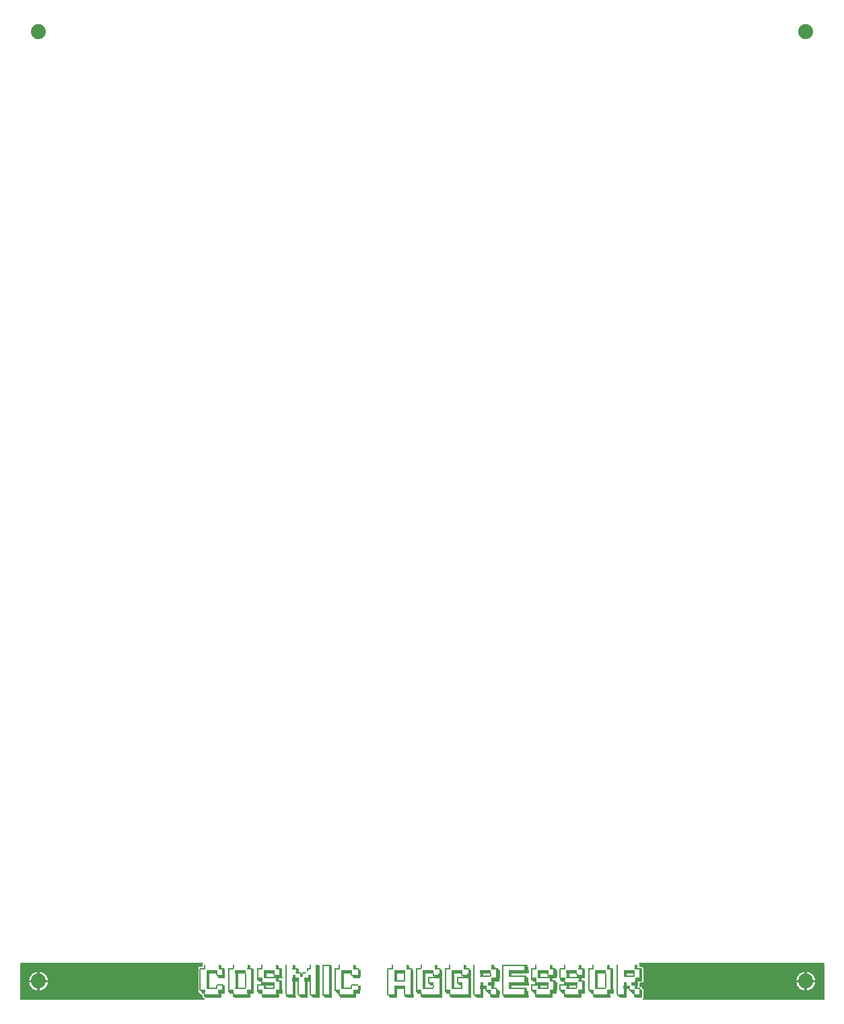
<source format=gtl>
G75*
%MOIN*%
%OFA0B0*%
%FSLAX25Y25*%
%IPPOS*%
%LPD*%
%AMOC8*
5,1,8,0,0,1.08239X$1,22.5*
%
%ADD10C,0.07400*%
%ADD11R,0.00551X0.00551*%
%ADD12R,0.01102X0.00551*%
%ADD13R,0.01063X0.00551*%
%ADD14R,0.01614X0.00551*%
%ADD15R,0.04370X0.00551*%
%ADD16R,0.01654X0.00551*%
%ADD17R,0.12559X0.00551*%
%ADD18R,0.00551X0.00512*%
%ADD19R,0.01654X0.00512*%
%ADD20R,0.01614X0.00512*%
%ADD21R,0.02165X0.00512*%
%ADD22R,0.02165X0.00551*%
%ADD23R,0.02205X0.00551*%
%ADD24R,0.02756X0.00551*%
%ADD25R,0.02717X0.00551*%
%ADD26R,0.03268X0.00551*%
%ADD27R,0.00512X0.00551*%
%ADD28R,0.05472X0.00551*%
%ADD29R,0.09843X0.00551*%
%ADD30R,0.05433X0.00551*%
%ADD31R,0.09291X0.00551*%
%ADD32R,0.04921X0.00551*%
%ADD33R,0.03819X0.00512*%
%ADD34R,0.00512X0.00512*%
%ADD35R,0.04370X0.00512*%
%ADD36R,0.05472X0.00512*%
%ADD37R,0.08780X0.00512*%
%ADD38R,0.04921X0.00512*%
%ADD39R,0.03307X0.00551*%
%ADD40R,0.03819X0.00551*%
%ADD41R,0.06575X0.00551*%
%ADD42R,0.06535X0.00551*%
%ADD43R,0.09331X0.00551*%
%ADD44R,0.08740X0.00551*%
%ADD45R,0.01102X0.00512*%
%ADD46R,0.03307X0.00512*%
%ADD47R,0.03268X0.00512*%
%ADD48R,0.08780X0.00551*%
%ADD49R,0.10945X0.00551*%
%ADD50R,0.13110X0.00551*%
%ADD51R,0.08740X0.00512*%
%ADD52R,0.08228X0.00512*%
%ADD53R,0.10945X0.00512*%
%ADD54R,0.12559X0.00512*%
%ADD55R,0.08189X0.00551*%
%ADD56R,0.03858X0.00551*%
%ADD57R,0.08228X0.00551*%
%ADD58R,0.10394X0.00551*%
%ADD59R,0.12008X0.00551*%
%ADD60C,0.00600*%
D10*
X0011300Y0011300D03*
X0391300Y0011300D03*
X0391300Y0481300D03*
X0011300Y0481300D03*
D11*
X0093583Y0019213D03*
X0093583Y0018150D03*
X0091379Y0017048D03*
X0091379Y0016497D03*
X0091379Y0015946D03*
X0091379Y0015394D03*
X0091379Y0014843D03*
X0091379Y0014292D03*
X0091379Y0013229D03*
X0091379Y0012678D03*
X0091379Y0012127D03*
X0091379Y0011576D03*
X0091379Y0011024D03*
X0091379Y0010473D03*
X0091379Y0009922D03*
X0091379Y0009371D03*
X0091379Y0008308D03*
X0091379Y0007757D03*
X0091379Y0007206D03*
X0093583Y0005001D03*
X0099607Y0008308D03*
X0105591Y0008308D03*
X0105591Y0007757D03*
X0105591Y0007206D03*
X0105591Y0009371D03*
X0105591Y0009922D03*
X0105591Y0010473D03*
X0105591Y0011024D03*
X0105591Y0011576D03*
X0105591Y0012127D03*
X0105591Y0012678D03*
X0105591Y0013229D03*
X0105591Y0014292D03*
X0105591Y0014843D03*
X0105591Y0015394D03*
X0105591Y0015946D03*
X0105591Y0016497D03*
X0105591Y0017048D03*
X0107796Y0018150D03*
X0107796Y0019213D03*
X0113820Y0014843D03*
X0113820Y0014292D03*
X0113820Y0013229D03*
X0113820Y0012678D03*
X0113820Y0012127D03*
X0113820Y0011576D03*
X0113820Y0011024D03*
X0113820Y0010473D03*
X0113820Y0009922D03*
X0113820Y0009371D03*
X0113820Y0008308D03*
X0107796Y0005001D03*
X0099607Y0014843D03*
X0122009Y0018150D03*
X0122009Y0019213D03*
X0128032Y0014843D03*
X0122009Y0011024D03*
X0122009Y0005001D03*
X0128032Y0008308D03*
X0134056Y0008308D03*
X0134056Y0007757D03*
X0134056Y0007206D03*
X0134056Y0006654D03*
X0134056Y0006103D03*
X0134056Y0005552D03*
X0134056Y0005001D03*
X0134056Y0009371D03*
X0134056Y0009922D03*
X0134056Y0010473D03*
X0134056Y0011024D03*
X0134056Y0011576D03*
X0134056Y0012127D03*
X0134056Y0012678D03*
X0134056Y0013229D03*
X0134056Y0014292D03*
X0134056Y0014843D03*
X0134056Y0015394D03*
X0134056Y0015946D03*
X0134056Y0016497D03*
X0134056Y0017048D03*
X0134056Y0017599D03*
X0134056Y0018150D03*
X0134056Y0019213D03*
X0140040Y0011024D03*
X0140040Y0010473D03*
X0140040Y0009922D03*
X0140040Y0009371D03*
X0140040Y0008308D03*
X0140040Y0007757D03*
X0140040Y0007206D03*
X0140040Y0006654D03*
X0140040Y0006103D03*
X0140040Y0005552D03*
X0140040Y0005001D03*
X0146064Y0005001D03*
X0146064Y0005552D03*
X0146064Y0006103D03*
X0146064Y0006654D03*
X0146064Y0007206D03*
X0146064Y0007757D03*
X0146064Y0008308D03*
X0146064Y0009371D03*
X0146064Y0009922D03*
X0146064Y0010473D03*
X0146064Y0011024D03*
X0152087Y0011024D03*
X0152087Y0010473D03*
X0152087Y0009922D03*
X0152087Y0009371D03*
X0152087Y0008308D03*
X0152087Y0007757D03*
X0152087Y0007206D03*
X0152087Y0006654D03*
X0152087Y0006103D03*
X0152087Y0005552D03*
X0152087Y0005001D03*
X0152087Y0011576D03*
X0152087Y0012127D03*
X0152087Y0012678D03*
X0152087Y0013229D03*
X0152087Y0014292D03*
X0152087Y0014843D03*
X0152087Y0015394D03*
X0152087Y0015946D03*
X0152087Y0016497D03*
X0152087Y0017048D03*
X0152087Y0017599D03*
X0152087Y0018150D03*
X0146064Y0018150D03*
X0146064Y0019213D03*
X0158111Y0017048D03*
X0158111Y0016497D03*
X0158111Y0015946D03*
X0158111Y0015394D03*
X0158111Y0014843D03*
X0158111Y0014292D03*
X0158111Y0013229D03*
X0158111Y0012678D03*
X0158111Y0012127D03*
X0158111Y0011576D03*
X0158111Y0011024D03*
X0158111Y0010473D03*
X0158111Y0009922D03*
X0158111Y0009371D03*
X0158111Y0008308D03*
X0158111Y0007757D03*
X0158111Y0007206D03*
X0160276Y0005001D03*
X0166300Y0008308D03*
X0166300Y0014843D03*
X0160276Y0018150D03*
X0160276Y0019213D03*
X0184331Y0017048D03*
X0184331Y0016497D03*
X0184331Y0015946D03*
X0184331Y0015394D03*
X0184331Y0014843D03*
X0184331Y0014292D03*
X0184331Y0013229D03*
X0184331Y0012678D03*
X0184331Y0012127D03*
X0184331Y0011576D03*
X0184331Y0011024D03*
X0184331Y0010473D03*
X0184331Y0009922D03*
X0184331Y0009371D03*
X0184331Y0008308D03*
X0184331Y0007757D03*
X0184331Y0007206D03*
X0184331Y0006654D03*
X0184331Y0006103D03*
X0184331Y0005552D03*
X0184331Y0005001D03*
X0192560Y0005001D03*
X0192560Y0005552D03*
X0192560Y0006103D03*
X0192560Y0006654D03*
X0192560Y0007206D03*
X0192560Y0012127D03*
X0192560Y0012678D03*
X0192560Y0013229D03*
X0192560Y0014292D03*
X0192560Y0014843D03*
X0186536Y0018150D03*
X0186536Y0019213D03*
X0200749Y0019213D03*
X0200749Y0018150D03*
X0204568Y0012678D03*
X0204568Y0012127D03*
X0204568Y0011576D03*
X0204568Y0011024D03*
X0206772Y0008308D03*
X0212796Y0008308D03*
X0212796Y0007757D03*
X0212796Y0007206D03*
X0212796Y0009371D03*
X0212796Y0009922D03*
X0212796Y0010473D03*
X0212796Y0011024D03*
X0212796Y0011576D03*
X0212796Y0012127D03*
X0212796Y0012678D03*
X0212796Y0013229D03*
X0212796Y0014292D03*
X0212796Y0014843D03*
X0212796Y0015394D03*
X0212796Y0015946D03*
X0212796Y0016497D03*
X0212796Y0017048D03*
X0214961Y0018150D03*
X0214961Y0019213D03*
X0220985Y0014843D03*
X0227009Y0014843D03*
X0227009Y0014292D03*
X0227009Y0013229D03*
X0227009Y0012678D03*
X0227009Y0012127D03*
X0227009Y0011576D03*
X0227009Y0011024D03*
X0227009Y0010473D03*
X0227009Y0009922D03*
X0227009Y0009371D03*
X0227009Y0008308D03*
X0227009Y0007757D03*
X0227009Y0007206D03*
X0227009Y0006654D03*
X0227009Y0006103D03*
X0227009Y0005552D03*
X0227009Y0005001D03*
X0233032Y0007206D03*
X0235198Y0005001D03*
X0241221Y0005001D03*
X0241221Y0005552D03*
X0241221Y0006103D03*
X0241221Y0006654D03*
X0241221Y0007206D03*
X0241221Y0007757D03*
X0241221Y0008308D03*
X0241221Y0009371D03*
X0241221Y0009922D03*
X0241221Y0010473D03*
X0241221Y0011024D03*
X0241221Y0011576D03*
X0241221Y0012127D03*
X0241221Y0012678D03*
X0241221Y0013229D03*
X0241221Y0014292D03*
X0241221Y0014843D03*
X0241221Y0015394D03*
X0241221Y0015946D03*
X0241221Y0016497D03*
X0241221Y0017048D03*
X0241221Y0017599D03*
X0241221Y0018150D03*
X0235198Y0014843D03*
X0235198Y0014292D03*
X0227009Y0015394D03*
X0227009Y0015946D03*
X0227009Y0016497D03*
X0227009Y0017048D03*
X0227009Y0017599D03*
X0227009Y0018150D03*
X0227009Y0019213D03*
X0220985Y0008308D03*
X0214961Y0005001D03*
X0206772Y0014843D03*
X0200749Y0005001D03*
X0255434Y0007206D03*
X0255434Y0007757D03*
X0255434Y0008308D03*
X0257639Y0011024D03*
X0255434Y0013229D03*
X0255434Y0014292D03*
X0255434Y0014843D03*
X0255434Y0015394D03*
X0255434Y0015946D03*
X0255434Y0016497D03*
X0255434Y0017048D03*
X0257639Y0018150D03*
X0257639Y0019213D03*
X0263623Y0014843D03*
X0269646Y0014843D03*
X0269646Y0014292D03*
X0269646Y0013229D03*
X0269646Y0015394D03*
X0269646Y0015946D03*
X0269646Y0016497D03*
X0269646Y0017048D03*
X0271851Y0018150D03*
X0271851Y0019213D03*
X0271851Y0011024D03*
X0269646Y0008308D03*
X0269646Y0007757D03*
X0269646Y0007206D03*
X0271851Y0005001D03*
X0263623Y0008308D03*
X0257639Y0005001D03*
X0283859Y0007206D03*
X0283859Y0007757D03*
X0283859Y0008308D03*
X0283859Y0009371D03*
X0283859Y0009922D03*
X0283859Y0010473D03*
X0283859Y0011024D03*
X0283859Y0011576D03*
X0283859Y0012127D03*
X0283859Y0012678D03*
X0283859Y0013229D03*
X0283859Y0014292D03*
X0283859Y0014843D03*
X0283859Y0015394D03*
X0283859Y0015946D03*
X0283859Y0016497D03*
X0283859Y0017048D03*
X0286064Y0018150D03*
X0286064Y0019213D03*
X0292087Y0014843D03*
X0292087Y0014292D03*
X0292087Y0013229D03*
X0292087Y0012678D03*
X0292087Y0012127D03*
X0292087Y0011576D03*
X0292087Y0011024D03*
X0292087Y0010473D03*
X0292087Y0009922D03*
X0292087Y0009371D03*
X0292087Y0008308D03*
X0286064Y0005001D03*
X0298072Y0005001D03*
X0298072Y0005552D03*
X0298072Y0006103D03*
X0298072Y0006654D03*
X0298072Y0007206D03*
X0298072Y0007757D03*
X0298072Y0008308D03*
X0298072Y0009371D03*
X0298072Y0009922D03*
X0298072Y0010473D03*
X0298072Y0011024D03*
X0298072Y0011576D03*
X0298072Y0012127D03*
X0298072Y0012678D03*
X0298072Y0013229D03*
X0298072Y0014292D03*
X0298072Y0014843D03*
X0298072Y0015394D03*
X0298072Y0015946D03*
X0298072Y0016497D03*
X0298072Y0017048D03*
X0298072Y0017599D03*
X0298072Y0018150D03*
X0298072Y0019213D03*
X0306300Y0014843D03*
X0306300Y0014292D03*
X0304095Y0007206D03*
X0306300Y0005001D03*
D12*
X0309292Y0007206D03*
X0293426Y0019213D03*
X0279213Y0019213D03*
X0265001Y0019213D03*
X0224528Y0017048D03*
X0222363Y0019213D03*
X0210316Y0017048D03*
X0208150Y0019213D03*
X0196103Y0017048D03*
X0169843Y0017048D03*
X0167678Y0019213D03*
X0137599Y0019213D03*
X0100946Y0019213D03*
D13*
X0115178Y0019213D03*
X0129391Y0019213D03*
X0193918Y0019213D03*
X0238209Y0007206D03*
D14*
X0238485Y0006654D03*
X0238485Y0017048D03*
X0252698Y0013229D03*
X0252698Y0007206D03*
X0252698Y0006654D03*
X0273485Y0008308D03*
X0273485Y0014292D03*
X0273485Y0014843D03*
X0287698Y0014843D03*
X0287698Y0014292D03*
X0287698Y0013229D03*
X0287698Y0012678D03*
X0287698Y0012127D03*
X0287698Y0011576D03*
X0287698Y0011024D03*
X0287698Y0010473D03*
X0287698Y0009922D03*
X0287698Y0009371D03*
X0287698Y0008308D03*
X0301910Y0009371D03*
X0301910Y0009922D03*
X0301910Y0010473D03*
X0301910Y0007206D03*
X0301910Y0006654D03*
X0301910Y0006103D03*
X0301910Y0005552D03*
X0301910Y0005001D03*
X0301910Y0014292D03*
X0301910Y0014843D03*
X0307383Y0018150D03*
X0307383Y0019213D03*
X0307383Y0011024D03*
X0307383Y0008308D03*
X0208406Y0018150D03*
X0194194Y0018150D03*
X0188170Y0014843D03*
X0188170Y0014292D03*
X0188170Y0013229D03*
X0188170Y0012678D03*
X0188170Y0012127D03*
X0188170Y0007206D03*
X0188170Y0006654D03*
X0188170Y0006103D03*
X0188170Y0005552D03*
X0188170Y0005001D03*
X0159745Y0005552D03*
X0149351Y0019213D03*
X0143879Y0011024D03*
X0143879Y0010473D03*
X0143879Y0009922D03*
X0143879Y0009371D03*
X0143879Y0008308D03*
X0143879Y0007757D03*
X0143879Y0007206D03*
X0143879Y0006654D03*
X0143879Y0006103D03*
X0143879Y0005552D03*
X0143879Y0005001D03*
X0139509Y0015946D03*
X0139509Y0016497D03*
X0139509Y0017048D03*
X0129666Y0018150D03*
X0129666Y0012678D03*
X0129666Y0012127D03*
X0129666Y0005001D03*
X0115454Y0005001D03*
X0109430Y0008308D03*
X0109430Y0009371D03*
X0109430Y0009922D03*
X0109430Y0010473D03*
X0109430Y0011024D03*
X0109430Y0011576D03*
X0109430Y0012127D03*
X0109430Y0012678D03*
X0109430Y0013229D03*
X0109430Y0014292D03*
X0109430Y0014843D03*
X0115454Y0018150D03*
X0095217Y0014843D03*
X0095217Y0014292D03*
X0095217Y0013229D03*
X0095217Y0012678D03*
X0095217Y0012127D03*
X0095217Y0011576D03*
X0095217Y0011024D03*
X0095217Y0010473D03*
X0095217Y0009922D03*
X0095217Y0009371D03*
X0095217Y0008308D03*
D15*
X0101517Y0014292D03*
X0129942Y0014292D03*
X0153997Y0019213D03*
X0237658Y0012678D03*
X0237658Y0012127D03*
X0237658Y0011576D03*
X0237658Y0003387D03*
X0279784Y0014292D03*
X0308209Y0004450D03*
D16*
X0309568Y0005001D03*
X0309568Y0005552D03*
X0309568Y0006103D03*
X0309568Y0006654D03*
X0305749Y0005552D03*
X0309568Y0013229D03*
X0309568Y0014292D03*
X0309568Y0014843D03*
X0309568Y0015394D03*
X0309568Y0015946D03*
X0309568Y0016497D03*
X0309568Y0017048D03*
X0295355Y0017048D03*
X0295355Y0016497D03*
X0295355Y0015946D03*
X0295355Y0015394D03*
X0295355Y0014843D03*
X0295355Y0014292D03*
X0295355Y0013229D03*
X0295355Y0012678D03*
X0295355Y0012127D03*
X0295355Y0011576D03*
X0295355Y0011024D03*
X0295355Y0010473D03*
X0295355Y0009922D03*
X0295355Y0009371D03*
X0295355Y0008308D03*
X0295355Y0007757D03*
X0295355Y0007206D03*
X0293702Y0005001D03*
X0285513Y0005552D03*
X0281143Y0007206D03*
X0281143Y0007757D03*
X0281143Y0008308D03*
X0281143Y0009371D03*
X0281143Y0009922D03*
X0281143Y0010473D03*
X0281143Y0011024D03*
X0279489Y0012127D03*
X0279489Y0012678D03*
X0281143Y0014843D03*
X0281143Y0015394D03*
X0281143Y0015946D03*
X0281143Y0016497D03*
X0281143Y0017048D03*
X0279489Y0018150D03*
X0279489Y0005001D03*
X0271300Y0005552D03*
X0266930Y0011024D03*
X0265276Y0012127D03*
X0265276Y0012678D03*
X0266930Y0017048D03*
X0265276Y0018150D03*
X0259253Y0014843D03*
X0259253Y0014292D03*
X0259253Y0008308D03*
X0257087Y0005552D03*
X0265276Y0005001D03*
X0245040Y0008308D03*
X0245040Y0014292D03*
X0245040Y0014843D03*
X0236300Y0011024D03*
X0236300Y0008308D03*
X0234646Y0005552D03*
X0230828Y0005552D03*
X0230828Y0006103D03*
X0230828Y0006654D03*
X0230828Y0007206D03*
X0230828Y0009371D03*
X0230828Y0009922D03*
X0230828Y0010473D03*
X0230828Y0014292D03*
X0230828Y0014843D03*
X0236300Y0019213D03*
X0230828Y0005001D03*
X0224804Y0005001D03*
X0224804Y0005552D03*
X0224804Y0006103D03*
X0224804Y0006654D03*
X0224804Y0007206D03*
X0224804Y0007757D03*
X0224804Y0008308D03*
X0224804Y0009371D03*
X0224804Y0009922D03*
X0224804Y0010473D03*
X0224804Y0011024D03*
X0224804Y0011576D03*
X0224804Y0012127D03*
X0224804Y0012678D03*
X0224804Y0015394D03*
X0224804Y0015946D03*
X0224804Y0016497D03*
X0222639Y0018150D03*
X0216615Y0014843D03*
X0216615Y0014292D03*
X0216615Y0013229D03*
X0216615Y0012678D03*
X0216615Y0012127D03*
X0216615Y0011576D03*
X0216615Y0011024D03*
X0216615Y0010473D03*
X0216615Y0009922D03*
X0216615Y0009371D03*
X0216615Y0008308D03*
X0220434Y0009371D03*
X0210591Y0009371D03*
X0210591Y0009922D03*
X0210591Y0010473D03*
X0210591Y0011024D03*
X0210591Y0011576D03*
X0210591Y0012127D03*
X0210591Y0012678D03*
X0210591Y0015394D03*
X0210591Y0015946D03*
X0210591Y0016497D03*
X0210591Y0008308D03*
X0210591Y0007757D03*
X0210591Y0007206D03*
X0210591Y0006654D03*
X0210591Y0006103D03*
X0210591Y0005552D03*
X0210591Y0005001D03*
X0206221Y0009371D03*
X0202402Y0009371D03*
X0202402Y0009922D03*
X0202402Y0010473D03*
X0202402Y0011024D03*
X0202402Y0011576D03*
X0202402Y0012127D03*
X0202402Y0012678D03*
X0202402Y0013229D03*
X0202402Y0014292D03*
X0202402Y0014843D03*
X0196379Y0014843D03*
X0196379Y0014292D03*
X0196379Y0013229D03*
X0196379Y0012678D03*
X0196379Y0012127D03*
X0196379Y0011576D03*
X0196379Y0011024D03*
X0196379Y0010473D03*
X0196379Y0009922D03*
X0196379Y0009371D03*
X0196379Y0008308D03*
X0196379Y0007757D03*
X0196379Y0007206D03*
X0196379Y0006654D03*
X0196379Y0006103D03*
X0196379Y0005552D03*
X0196379Y0005001D03*
X0202402Y0008308D03*
X0196379Y0015394D03*
X0196379Y0015946D03*
X0196379Y0016497D03*
X0170119Y0016497D03*
X0170119Y0015946D03*
X0170119Y0015394D03*
X0170119Y0014843D03*
X0167954Y0018150D03*
X0161930Y0014843D03*
X0161930Y0014292D03*
X0161930Y0013229D03*
X0161930Y0012678D03*
X0161930Y0012127D03*
X0161930Y0011576D03*
X0161930Y0011024D03*
X0161930Y0010473D03*
X0161930Y0009922D03*
X0161930Y0009371D03*
X0161930Y0008308D03*
X0167954Y0005001D03*
X0170119Y0007206D03*
X0170119Y0007757D03*
X0170119Y0008308D03*
X0155906Y0008308D03*
X0155906Y0007757D03*
X0155906Y0007206D03*
X0155906Y0006654D03*
X0155906Y0006103D03*
X0155906Y0005552D03*
X0155906Y0005001D03*
X0155906Y0009371D03*
X0155906Y0009922D03*
X0155906Y0010473D03*
X0155906Y0011024D03*
X0155906Y0011576D03*
X0155906Y0012127D03*
X0155906Y0012678D03*
X0155906Y0013229D03*
X0155906Y0014292D03*
X0155906Y0014843D03*
X0155906Y0015394D03*
X0155906Y0015946D03*
X0155906Y0016497D03*
X0155906Y0017048D03*
X0155906Y0017599D03*
X0155906Y0018150D03*
X0145513Y0014292D03*
X0145513Y0013229D03*
X0141694Y0014292D03*
X0141694Y0014843D03*
X0137875Y0014292D03*
X0137875Y0013229D03*
X0137875Y0011024D03*
X0137875Y0010473D03*
X0137875Y0009922D03*
X0137875Y0009371D03*
X0137875Y0008308D03*
X0137875Y0007757D03*
X0137875Y0007206D03*
X0137875Y0006654D03*
X0137875Y0006103D03*
X0137875Y0005552D03*
X0137875Y0005001D03*
X0131300Y0007206D03*
X0131300Y0007757D03*
X0131300Y0008308D03*
X0131300Y0009371D03*
X0131300Y0009922D03*
X0131300Y0010473D03*
X0131300Y0011024D03*
X0131300Y0014843D03*
X0131300Y0015394D03*
X0131300Y0015946D03*
X0131300Y0016497D03*
X0131300Y0017048D03*
X0137875Y0018150D03*
X0123662Y0014843D03*
X0123662Y0014292D03*
X0123662Y0008308D03*
X0117087Y0008308D03*
X0117087Y0007757D03*
X0117087Y0007206D03*
X0117087Y0009371D03*
X0117087Y0009922D03*
X0117087Y0010473D03*
X0117087Y0011024D03*
X0117087Y0011576D03*
X0117087Y0012127D03*
X0117087Y0012678D03*
X0117087Y0013229D03*
X0117087Y0014292D03*
X0117087Y0014843D03*
X0117087Y0015394D03*
X0117087Y0015946D03*
X0117087Y0016497D03*
X0117087Y0017048D03*
X0102875Y0017048D03*
X0102875Y0016497D03*
X0102875Y0015946D03*
X0102875Y0015394D03*
X0102875Y0014843D03*
X0101221Y0018150D03*
X0102875Y0008308D03*
X0102875Y0007757D03*
X0102875Y0007206D03*
X0101221Y0005001D03*
X0093032Y0005552D03*
X0293702Y0018150D03*
D17*
X0247225Y0019213D03*
D18*
X0241221Y0018682D03*
X0241221Y0013761D03*
X0241221Y0008839D03*
X0227009Y0008839D03*
X0227009Y0013761D03*
X0227009Y0018682D03*
X0220985Y0008839D03*
X0212796Y0008839D03*
X0212796Y0013761D03*
X0214961Y0018682D03*
X0206772Y0008839D03*
X0200749Y0018682D03*
X0192560Y0013761D03*
X0186536Y0018682D03*
X0184331Y0013761D03*
X0184331Y0008839D03*
X0166300Y0008839D03*
X0158111Y0008839D03*
X0158111Y0013761D03*
X0160276Y0018682D03*
X0152087Y0018682D03*
X0152087Y0013761D03*
X0152087Y0008839D03*
X0146064Y0008839D03*
X0140040Y0008839D03*
X0134056Y0008839D03*
X0134056Y0013761D03*
X0134056Y0018682D03*
X0128032Y0008839D03*
X0122009Y0018682D03*
X0113820Y0013761D03*
X0113820Y0008839D03*
X0105591Y0008839D03*
X0105591Y0013761D03*
X0107796Y0018682D03*
X0099607Y0008839D03*
X0091379Y0008839D03*
X0091379Y0013761D03*
X0093583Y0018682D03*
X0146064Y0018682D03*
X0255434Y0013761D03*
X0255434Y0008839D03*
X0263623Y0008839D03*
X0269646Y0008839D03*
X0269646Y0013761D03*
X0271851Y0018682D03*
X0283859Y0013761D03*
X0283859Y0008839D03*
X0292087Y0008839D03*
X0292087Y0013761D03*
X0286064Y0018682D03*
X0298072Y0018682D03*
X0298072Y0013761D03*
X0298072Y0008839D03*
X0257639Y0018682D03*
D19*
X0259253Y0013761D03*
X0259253Y0008839D03*
X0265276Y0018682D03*
X0279489Y0018682D03*
X0281143Y0008839D03*
X0293702Y0018682D03*
X0295355Y0013761D03*
X0295355Y0008839D03*
X0309568Y0013761D03*
X0245040Y0008839D03*
X0236300Y0008839D03*
X0236300Y0018682D03*
X0222639Y0018682D03*
X0216615Y0013761D03*
X0216615Y0008839D03*
X0210591Y0008839D03*
X0202402Y0008839D03*
X0202402Y0013761D03*
X0196379Y0013761D03*
X0196379Y0008839D03*
X0170119Y0008839D03*
X0161930Y0008839D03*
X0161930Y0013761D03*
X0167954Y0018682D03*
X0155906Y0018682D03*
X0155906Y0013761D03*
X0155906Y0008839D03*
X0145513Y0013761D03*
X0141694Y0013761D03*
X0137875Y0013761D03*
X0137875Y0018682D03*
X0137875Y0008839D03*
X0131300Y0008839D03*
X0123662Y0013761D03*
X0117087Y0013761D03*
X0117087Y0008839D03*
X0102875Y0008839D03*
X0101221Y0018682D03*
X0224804Y0008839D03*
D20*
X0208406Y0018682D03*
X0194194Y0018682D03*
X0188170Y0013761D03*
X0143879Y0008839D03*
X0129666Y0018682D03*
X0115454Y0018682D03*
X0109430Y0013761D03*
X0109430Y0008839D03*
X0095217Y0008839D03*
X0095217Y0013761D03*
X0252698Y0018682D03*
X0273485Y0013761D03*
X0273485Y0008839D03*
X0287698Y0008839D03*
X0287698Y0013761D03*
X0307383Y0018682D03*
X0307383Y0008839D03*
D21*
X0267186Y0008839D03*
X0238761Y0013761D03*
X0149627Y0013761D03*
X0149627Y0018682D03*
X0149627Y0008839D03*
D22*
X0149627Y0008308D03*
X0149627Y0007757D03*
X0149627Y0007206D03*
X0149627Y0006654D03*
X0149627Y0006103D03*
X0149627Y0005552D03*
X0149627Y0005001D03*
X0149627Y0009371D03*
X0149627Y0009922D03*
X0149627Y0010473D03*
X0149627Y0011024D03*
X0149627Y0011576D03*
X0149627Y0012127D03*
X0149627Y0012678D03*
X0149627Y0013229D03*
X0149627Y0014292D03*
X0149627Y0014843D03*
X0149627Y0015394D03*
X0149627Y0015946D03*
X0149627Y0016497D03*
X0149627Y0017048D03*
X0149627Y0017599D03*
X0149627Y0018150D03*
X0145257Y0017599D03*
X0159469Y0006103D03*
X0214154Y0005552D03*
X0224548Y0014843D03*
X0234391Y0006103D03*
X0238761Y0006103D03*
X0238761Y0005552D03*
X0238761Y0005001D03*
X0238761Y0013229D03*
X0238761Y0014292D03*
X0238761Y0014843D03*
X0238761Y0015394D03*
X0238761Y0015946D03*
X0238761Y0016497D03*
X0252973Y0017048D03*
X0252973Y0017599D03*
X0252973Y0018150D03*
X0252973Y0012678D03*
X0252973Y0012127D03*
X0252973Y0011576D03*
X0252973Y0011024D03*
X0252973Y0006103D03*
X0252973Y0005552D03*
X0252973Y0005001D03*
X0267186Y0007206D03*
X0267186Y0007757D03*
X0267186Y0008308D03*
X0267186Y0009371D03*
X0267186Y0009922D03*
X0267186Y0010473D03*
X0267186Y0014843D03*
X0267186Y0015394D03*
X0267186Y0015946D03*
X0267186Y0016497D03*
D23*
X0271024Y0011576D03*
X0271024Y0006103D03*
X0285237Y0006103D03*
X0305473Y0006103D03*
X0256812Y0006103D03*
X0256812Y0011576D03*
X0236576Y0018150D03*
X0220158Y0009922D03*
X0210316Y0014843D03*
X0205946Y0009922D03*
X0199922Y0005552D03*
X0143072Y0015394D03*
X0121182Y0011576D03*
X0121182Y0005552D03*
X0106969Y0005552D03*
X0092757Y0006103D03*
D24*
X0092481Y0006654D03*
X0092481Y0017599D03*
X0101772Y0017599D03*
X0106694Y0017599D03*
X0106694Y0006654D03*
X0106694Y0006103D03*
X0185434Y0017599D03*
X0205670Y0010473D03*
X0236851Y0007757D03*
X0256536Y0006654D03*
X0256536Y0012127D03*
X0256536Y0012678D03*
X0256536Y0017599D03*
X0265828Y0017599D03*
X0270749Y0017599D03*
X0270749Y0012678D03*
X0270749Y0012127D03*
X0265828Y0011576D03*
X0270749Y0006654D03*
X0280040Y0011576D03*
X0280040Y0017599D03*
X0284961Y0017599D03*
X0284961Y0006654D03*
X0294253Y0017599D03*
X0305198Y0006654D03*
D25*
X0307934Y0007757D03*
X0234115Y0006654D03*
X0223170Y0017599D03*
X0219902Y0010473D03*
X0213879Y0006654D03*
X0213879Y0006103D03*
X0213879Y0017599D03*
X0208957Y0017599D03*
X0199666Y0017599D03*
X0194745Y0017599D03*
X0199666Y0006654D03*
X0199666Y0006103D03*
X0168485Y0017599D03*
X0159194Y0017599D03*
X0159194Y0006654D03*
X0140060Y0015394D03*
X0138406Y0017599D03*
X0130217Y0017599D03*
X0130217Y0011576D03*
X0120926Y0012127D03*
X0120926Y0012678D03*
X0120926Y0017599D03*
X0116005Y0017599D03*
X0120926Y0006654D03*
X0120926Y0006103D03*
D26*
X0116280Y0006103D03*
X0116280Y0005552D03*
X0116280Y0006654D03*
X0130493Y0006654D03*
X0130493Y0006103D03*
X0130493Y0005552D03*
X0138682Y0011576D03*
X0138682Y0012127D03*
X0138682Y0012678D03*
X0144706Y0012678D03*
X0144706Y0012127D03*
X0144706Y0011576D03*
X0237107Y0017599D03*
X0302737Y0008308D03*
X0302737Y0007757D03*
X0306556Y0009371D03*
X0306556Y0009922D03*
X0306556Y0010473D03*
X0308209Y0017599D03*
D27*
X0277855Y0014843D03*
X0277855Y0008308D03*
X0218800Y0011024D03*
X0218800Y0011576D03*
X0218800Y0012127D03*
X0218800Y0012678D03*
X0198564Y0012678D03*
X0198564Y0013229D03*
X0198564Y0014292D03*
X0198564Y0014843D03*
X0198564Y0015394D03*
X0198564Y0015946D03*
X0198564Y0016497D03*
X0198564Y0017048D03*
X0198564Y0012127D03*
X0198564Y0011576D03*
X0198564Y0011024D03*
X0198564Y0010473D03*
X0198564Y0009922D03*
X0198564Y0009371D03*
X0198564Y0008308D03*
X0198564Y0007757D03*
X0198564Y0007206D03*
X0144430Y0016497D03*
X0144430Y0017048D03*
X0119824Y0017048D03*
X0119824Y0016497D03*
X0119824Y0015946D03*
X0119824Y0015394D03*
X0119824Y0014843D03*
X0119824Y0014292D03*
X0119824Y0013229D03*
X0119824Y0008308D03*
X0119824Y0007757D03*
X0119824Y0007206D03*
D28*
X0125572Y0007757D03*
X0125572Y0015394D03*
X0125572Y0015946D03*
X0125572Y0016497D03*
X0111359Y0016497D03*
X0111359Y0015946D03*
X0111359Y0015394D03*
X0111359Y0007757D03*
X0097146Y0007757D03*
X0097146Y0015394D03*
X0097146Y0015946D03*
X0097146Y0016497D03*
X0163839Y0016497D03*
X0163839Y0015946D03*
X0163839Y0015394D03*
X0163839Y0007757D03*
X0190099Y0007757D03*
X0190099Y0008308D03*
X0190099Y0011576D03*
X0190099Y0015394D03*
X0190099Y0015946D03*
X0190099Y0016497D03*
X0204312Y0016497D03*
X0204312Y0015946D03*
X0204312Y0015394D03*
X0204312Y0007757D03*
X0218524Y0007757D03*
X0218524Y0015394D03*
X0218524Y0015946D03*
X0218524Y0016497D03*
X0232737Y0016497D03*
X0232737Y0015946D03*
X0232737Y0015394D03*
X0261162Y0015394D03*
X0261162Y0015946D03*
X0261162Y0016497D03*
X0261162Y0007757D03*
X0289627Y0007757D03*
X0289627Y0015394D03*
X0289627Y0015946D03*
X0289627Y0016497D03*
X0303839Y0016497D03*
X0303839Y0015946D03*
X0303839Y0015394D03*
D29*
X0249135Y0015946D03*
X0249135Y0016497D03*
X0249135Y0010473D03*
X0249135Y0009922D03*
X0249135Y0009371D03*
D30*
X0275394Y0007757D03*
X0275394Y0015394D03*
X0275394Y0015946D03*
X0275394Y0016497D03*
D31*
X0277324Y0013229D03*
X0248859Y0015394D03*
X0127481Y0013229D03*
D32*
X0136241Y0004450D03*
X0142225Y0004450D03*
X0148249Y0004450D03*
X0154272Y0004450D03*
X0168485Y0014292D03*
X0186517Y0004450D03*
X0194745Y0004450D03*
X0208957Y0014292D03*
X0223170Y0014292D03*
X0229194Y0004450D03*
X0237383Y0004450D03*
X0265808Y0014292D03*
X0300257Y0004450D03*
D33*
X0101792Y0013761D03*
D34*
X0119824Y0013761D03*
X0119824Y0008839D03*
X0198564Y0008839D03*
X0198564Y0013761D03*
X0277855Y0008839D03*
D35*
X0279784Y0013761D03*
X0300532Y0003918D03*
X0308209Y0003918D03*
X0229469Y0003918D03*
X0223446Y0013761D03*
X0209233Y0013761D03*
X0186792Y0003918D03*
X0168761Y0013761D03*
X0154548Y0003918D03*
X0148524Y0003918D03*
X0142501Y0003918D03*
X0129942Y0013761D03*
D36*
X0190099Y0008839D03*
X0232737Y0013761D03*
X0303839Y0013761D03*
D37*
X0248603Y0013761D03*
D38*
X0237383Y0003918D03*
X0265808Y0013761D03*
X0194745Y0003918D03*
X0136241Y0003918D03*
D39*
X0102048Y0005552D03*
X0102048Y0006103D03*
X0102048Y0006654D03*
X0102048Y0013229D03*
X0231654Y0008308D03*
X0231654Y0007757D03*
X0235473Y0009371D03*
X0235473Y0009922D03*
X0235473Y0010473D03*
X0280316Y0006654D03*
X0280316Y0006103D03*
X0280316Y0005552D03*
X0294528Y0005552D03*
X0294528Y0006103D03*
X0294528Y0006654D03*
D40*
X0300808Y0003387D03*
X0308485Y0003387D03*
X0308485Y0011576D03*
X0308485Y0012127D03*
X0308485Y0012678D03*
X0266359Y0006654D03*
X0266359Y0006103D03*
X0266359Y0005552D03*
X0229745Y0003387D03*
X0195296Y0003387D03*
X0187068Y0003387D03*
X0169036Y0005552D03*
X0169036Y0006103D03*
X0169036Y0006654D03*
X0167934Y0009371D03*
X0169036Y0013229D03*
X0154824Y0003387D03*
X0148800Y0003387D03*
X0142776Y0003387D03*
X0101241Y0009371D03*
D41*
X0125020Y0009922D03*
X0125020Y0010473D03*
X0207580Y0013229D03*
D42*
X0221812Y0013229D03*
X0260631Y0010473D03*
X0260631Y0009922D03*
X0274843Y0009922D03*
X0274843Y0010473D03*
D43*
X0263091Y0013229D03*
D44*
X0259528Y0009371D03*
X0261733Y0004450D03*
X0273741Y0009371D03*
X0275946Y0004450D03*
X0290158Y0004450D03*
X0126103Y0004450D03*
X0123938Y0009371D03*
X0111891Y0004450D03*
X0097678Y0004450D03*
D45*
X0123387Y0008839D03*
D46*
X0231654Y0008839D03*
D47*
X0302737Y0008839D03*
D48*
X0248603Y0007757D03*
X0164391Y0004450D03*
D49*
X0205946Y0004450D03*
X0220158Y0004450D03*
D50*
X0247501Y0004450D03*
D51*
X0261733Y0003918D03*
X0275946Y0003918D03*
X0290158Y0003918D03*
X0126103Y0003918D03*
X0111891Y0003918D03*
X0097678Y0003918D03*
D52*
X0164666Y0003918D03*
D53*
X0205946Y0003918D03*
X0220158Y0003918D03*
D54*
X0247776Y0003918D03*
D55*
X0262009Y0003387D03*
X0276221Y0003387D03*
X0290434Y0003387D03*
X0126379Y0003387D03*
X0112166Y0003387D03*
X0097954Y0003387D03*
D56*
X0136772Y0003387D03*
D57*
X0164666Y0003387D03*
D58*
X0206221Y0003387D03*
X0220434Y0003387D03*
D59*
X0248052Y0003387D03*
D60*
X0093197Y0002500D02*
X0002500Y0002500D01*
X0002500Y0020100D01*
X0092646Y0020100D01*
X0092408Y0019862D01*
X0092408Y0018775D01*
X0090730Y0018775D01*
X0090203Y0018248D01*
X0090203Y0006006D01*
X0090730Y0005479D01*
X0090754Y0005479D01*
X0090754Y0005455D01*
X0091282Y0004928D01*
X0091306Y0004928D01*
X0091306Y0004904D01*
X0091833Y0004376D01*
X0092408Y0004376D01*
X0092408Y0003289D01*
X0092935Y0002762D01*
X0092959Y0002762D01*
X0092959Y0002738D01*
X0093197Y0002500D01*
X0092602Y0003096D02*
X0002500Y0003096D01*
X0002500Y0003694D02*
X0092408Y0003694D01*
X0092408Y0004293D02*
X0002500Y0004293D01*
X0002500Y0004891D02*
X0091318Y0004891D01*
X0090720Y0005490D02*
X0002500Y0005490D01*
X0002500Y0006088D02*
X0090203Y0006088D01*
X0090203Y0006687D02*
X0013259Y0006687D01*
X0013219Y0006666D02*
X0013921Y0007024D01*
X0014557Y0007486D01*
X0015114Y0008043D01*
X0015576Y0008679D01*
X0015934Y0009381D01*
X0016177Y0010129D01*
X0016300Y0010906D01*
X0016300Y0011000D01*
X0011600Y0011000D01*
X0011600Y0011600D01*
X0011000Y0011600D01*
X0011000Y0016300D01*
X0010906Y0016300D01*
X0010129Y0016177D01*
X0009381Y0015934D01*
X0008679Y0015576D01*
X0008043Y0015114D01*
X0007486Y0014557D01*
X0007024Y0013921D01*
X0006666Y0013219D01*
X0006423Y0012471D01*
X0006300Y0011694D01*
X0006300Y0011600D01*
X0011000Y0011600D01*
X0011000Y0011000D01*
X0006300Y0011000D01*
X0006300Y0010906D01*
X0006423Y0010129D01*
X0006666Y0009381D01*
X0007024Y0008679D01*
X0007486Y0008043D01*
X0008043Y0007486D01*
X0008679Y0007024D01*
X0009381Y0006666D01*
X0010129Y0006423D01*
X0010906Y0006300D01*
X0011000Y0006300D01*
X0011000Y0011000D01*
X0011600Y0011000D01*
X0011600Y0006300D01*
X0011694Y0006300D01*
X0012471Y0006423D01*
X0013219Y0006666D01*
X0014280Y0007285D02*
X0090203Y0007285D01*
X0090203Y0007884D02*
X0014955Y0007884D01*
X0015433Y0008482D02*
X0090203Y0008482D01*
X0090203Y0009081D02*
X0015781Y0009081D01*
X0016031Y0009679D02*
X0090203Y0009679D01*
X0090203Y0010278D02*
X0016200Y0010278D01*
X0016295Y0010876D02*
X0090203Y0010876D01*
X0090203Y0011475D02*
X0011600Y0011475D01*
X0011600Y0011600D02*
X0016300Y0011600D01*
X0016300Y0011694D01*
X0016177Y0012471D01*
X0015934Y0013219D01*
X0015576Y0013921D01*
X0015114Y0014557D01*
X0014557Y0015114D01*
X0013921Y0015576D01*
X0013219Y0015934D01*
X0012471Y0016177D01*
X0011694Y0016300D01*
X0011600Y0016300D01*
X0011600Y0011600D01*
X0011600Y0012073D02*
X0011000Y0012073D01*
X0011000Y0011475D02*
X0002500Y0011475D01*
X0002500Y0012073D02*
X0006360Y0012073D01*
X0006488Y0012672D02*
X0002500Y0012672D01*
X0002500Y0013270D02*
X0006692Y0013270D01*
X0006997Y0013869D02*
X0002500Y0013869D01*
X0002500Y0014467D02*
X0007421Y0014467D01*
X0007995Y0015066D02*
X0002500Y0015066D01*
X0002500Y0015664D02*
X0008852Y0015664D01*
X0010672Y0016263D02*
X0002500Y0016263D01*
X0002500Y0016861D02*
X0090203Y0016861D01*
X0090203Y0016263D02*
X0011928Y0016263D01*
X0011600Y0016263D02*
X0011000Y0016263D01*
X0011000Y0015664D02*
X0011600Y0015664D01*
X0011600Y0015066D02*
X0011000Y0015066D01*
X0011000Y0014467D02*
X0011600Y0014467D01*
X0011600Y0013869D02*
X0011000Y0013869D01*
X0011000Y0013270D02*
X0011600Y0013270D01*
X0011600Y0012672D02*
X0011000Y0012672D01*
X0011000Y0010876D02*
X0011600Y0010876D01*
X0011600Y0010278D02*
X0011000Y0010278D01*
X0011000Y0009679D02*
X0011600Y0009679D01*
X0011600Y0009081D02*
X0011000Y0009081D01*
X0011000Y0008482D02*
X0011600Y0008482D01*
X0011600Y0007884D02*
X0011000Y0007884D01*
X0011000Y0007285D02*
X0011600Y0007285D01*
X0011600Y0006687D02*
X0011000Y0006687D01*
X0009341Y0006687D02*
X0002500Y0006687D01*
X0002500Y0007285D02*
X0008319Y0007285D01*
X0007645Y0007884D02*
X0002500Y0007884D01*
X0002500Y0008482D02*
X0007167Y0008482D01*
X0006819Y0009081D02*
X0002500Y0009081D01*
X0002500Y0009679D02*
X0006569Y0009679D01*
X0006400Y0010278D02*
X0002500Y0010278D01*
X0002500Y0010876D02*
X0006305Y0010876D01*
X0002500Y0017460D02*
X0090203Y0017460D01*
X0090203Y0018058D02*
X0002500Y0018058D01*
X0002500Y0018657D02*
X0090612Y0018657D01*
X0092408Y0019255D02*
X0002500Y0019255D01*
X0002500Y0019854D02*
X0092408Y0019854D01*
X0090203Y0015664D02*
X0013748Y0015664D01*
X0014605Y0015066D02*
X0090203Y0015066D01*
X0090203Y0014467D02*
X0015179Y0014467D01*
X0015603Y0013869D02*
X0090203Y0013869D01*
X0090203Y0013270D02*
X0015908Y0013270D01*
X0016112Y0012672D02*
X0090203Y0012672D01*
X0090203Y0012073D02*
X0016240Y0012073D01*
X0308852Y0020100D02*
X0400100Y0020100D01*
X0400100Y0002500D01*
X0311056Y0002500D01*
X0311294Y0002738D01*
X0311294Y0004035D01*
X0311294Y0004352D01*
X0311294Y0007303D01*
X0310767Y0007830D01*
X0310743Y0007830D01*
X0310743Y0007854D01*
X0310216Y0008381D01*
X0310192Y0008381D01*
X0310192Y0008405D01*
X0309665Y0008932D01*
X0309090Y0008932D01*
X0309090Y0010400D01*
X0310767Y0010400D01*
X0311294Y0010927D01*
X0311294Y0017696D01*
X0310767Y0018224D01*
X0310743Y0018224D01*
X0310743Y0018248D01*
X0310216Y0018775D01*
X0309090Y0018775D01*
X0309090Y0019862D01*
X0308852Y0020100D01*
X0309090Y0019854D02*
X0400100Y0019854D01*
X0400100Y0019255D02*
X0309090Y0019255D01*
X0310334Y0018657D02*
X0400100Y0018657D01*
X0400100Y0018058D02*
X0310933Y0018058D01*
X0311294Y0017460D02*
X0400100Y0017460D01*
X0400100Y0016861D02*
X0311294Y0016861D01*
X0311294Y0016263D02*
X0390672Y0016263D01*
X0390906Y0016300D02*
X0390129Y0016177D01*
X0389381Y0015934D01*
X0388679Y0015576D01*
X0388043Y0015114D01*
X0387486Y0014557D01*
X0387024Y0013921D01*
X0386666Y0013219D01*
X0386423Y0012471D01*
X0386300Y0011694D01*
X0386300Y0011600D01*
X0391000Y0011600D01*
X0391000Y0016300D01*
X0390906Y0016300D01*
X0391000Y0016263D02*
X0391600Y0016263D01*
X0391600Y0016300D02*
X0391600Y0011600D01*
X0391000Y0011600D01*
X0391000Y0011000D01*
X0386300Y0011000D01*
X0386300Y0010906D01*
X0386423Y0010129D01*
X0386666Y0009381D01*
X0387024Y0008679D01*
X0387486Y0008043D01*
X0388043Y0007486D01*
X0388679Y0007024D01*
X0389381Y0006666D01*
X0390129Y0006423D01*
X0390906Y0006300D01*
X0391000Y0006300D01*
X0391000Y0011000D01*
X0391600Y0011000D01*
X0391600Y0011600D01*
X0396300Y0011600D01*
X0396300Y0011694D01*
X0396177Y0012471D01*
X0395934Y0013219D01*
X0395576Y0013921D01*
X0395114Y0014557D01*
X0394557Y0015114D01*
X0393921Y0015576D01*
X0393219Y0015934D01*
X0392471Y0016177D01*
X0391694Y0016300D01*
X0391600Y0016300D01*
X0391928Y0016263D02*
X0400100Y0016263D01*
X0400100Y0015664D02*
X0393748Y0015664D01*
X0394605Y0015066D02*
X0400100Y0015066D01*
X0400100Y0014467D02*
X0395179Y0014467D01*
X0395603Y0013869D02*
X0400100Y0013869D01*
X0400100Y0013270D02*
X0395908Y0013270D01*
X0396112Y0012672D02*
X0400100Y0012672D01*
X0400100Y0012073D02*
X0396240Y0012073D01*
X0396300Y0011000D02*
X0391600Y0011000D01*
X0391600Y0006300D01*
X0391694Y0006300D01*
X0392471Y0006423D01*
X0393219Y0006666D01*
X0393921Y0007024D01*
X0394557Y0007486D01*
X0395114Y0008043D01*
X0395576Y0008679D01*
X0395934Y0009381D01*
X0396177Y0010129D01*
X0396300Y0010906D01*
X0396300Y0011000D01*
X0396295Y0010876D02*
X0400100Y0010876D01*
X0400100Y0010278D02*
X0396200Y0010278D01*
X0396031Y0009679D02*
X0400100Y0009679D01*
X0400100Y0009081D02*
X0395781Y0009081D01*
X0395433Y0008482D02*
X0400100Y0008482D01*
X0400100Y0007884D02*
X0394955Y0007884D01*
X0394280Y0007285D02*
X0400100Y0007285D01*
X0400100Y0006687D02*
X0393259Y0006687D01*
X0391600Y0006687D02*
X0391000Y0006687D01*
X0391000Y0007285D02*
X0391600Y0007285D01*
X0391600Y0007884D02*
X0391000Y0007884D01*
X0391000Y0008482D02*
X0391600Y0008482D01*
X0391600Y0009081D02*
X0391000Y0009081D01*
X0391000Y0009679D02*
X0391600Y0009679D01*
X0391600Y0010278D02*
X0391000Y0010278D01*
X0391000Y0010876D02*
X0391600Y0010876D01*
X0391600Y0011475D02*
X0400100Y0011475D01*
X0400100Y0006088D02*
X0311294Y0006088D01*
X0311294Y0005490D02*
X0400100Y0005490D01*
X0400100Y0004891D02*
X0311294Y0004891D01*
X0311294Y0004293D02*
X0400100Y0004293D01*
X0400100Y0003694D02*
X0311294Y0003694D01*
X0311294Y0003096D02*
X0400100Y0003096D01*
X0391600Y0012073D02*
X0391000Y0012073D01*
X0391000Y0011475D02*
X0311294Y0011475D01*
X0311294Y0012073D02*
X0386360Y0012073D01*
X0386488Y0012672D02*
X0311294Y0012672D01*
X0311294Y0013270D02*
X0386692Y0013270D01*
X0386997Y0013869D02*
X0311294Y0013869D01*
X0311294Y0014467D02*
X0387421Y0014467D01*
X0387995Y0015066D02*
X0311294Y0015066D01*
X0311294Y0015664D02*
X0388852Y0015664D01*
X0391000Y0015664D02*
X0391600Y0015664D01*
X0391600Y0015066D02*
X0391000Y0015066D01*
X0391000Y0014467D02*
X0391600Y0014467D01*
X0391600Y0013869D02*
X0391000Y0013869D01*
X0391000Y0013270D02*
X0391600Y0013270D01*
X0391600Y0012672D02*
X0391000Y0012672D01*
X0386569Y0009679D02*
X0309090Y0009679D01*
X0309090Y0009081D02*
X0386819Y0009081D01*
X0387167Y0008482D02*
X0310115Y0008482D01*
X0310714Y0007884D02*
X0387645Y0007884D01*
X0388319Y0007285D02*
X0311294Y0007285D01*
X0311294Y0006687D02*
X0389341Y0006687D01*
X0386400Y0010278D02*
X0309090Y0010278D01*
X0311243Y0010876D02*
X0386305Y0010876D01*
M02*

</source>
